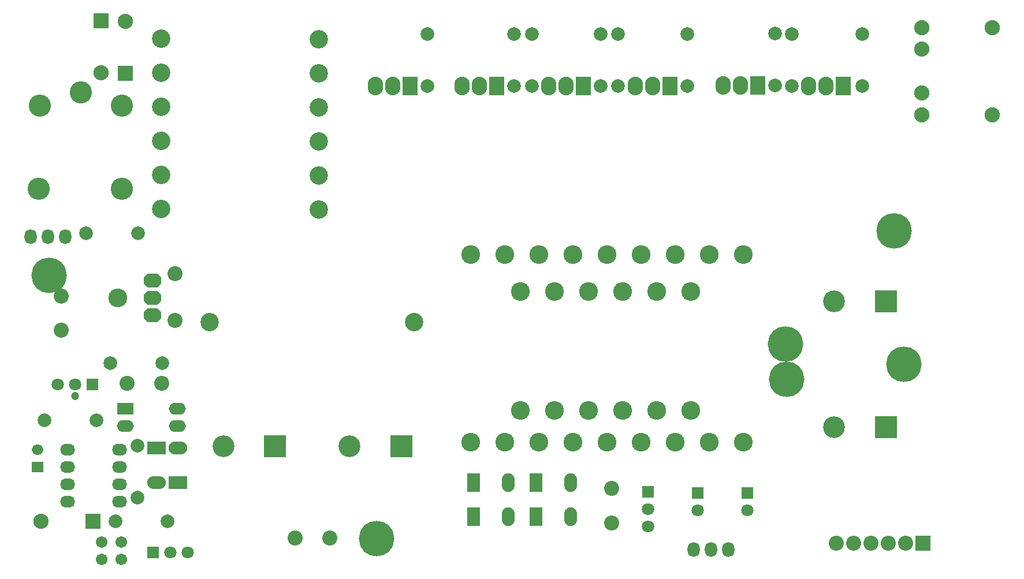
<source format=gts>
%FSLAX24Y24*%
%MOIN*%
G70*
G01*
G75*
G04 Layer_Color=8388736*
%ADD10C,0.0394*%
%ADD11C,0.0591*%
%ADD12C,0.0787*%
%ADD13C,0.1969*%
%ADD14C,0.1575*%
%ADD15C,0.1181*%
%ADD16C,0.0984*%
%ADD17C,0.0984*%
%ADD18C,0.1000*%
%ADD19C,0.0591*%
%ADD20C,0.0787*%
%ADD21C,0.1969*%
%ADD22C,0.0800*%
%ADD23C,0.0709*%
%ADD24C,0.0630*%
%ADD25R,0.0630X0.0630*%
%ADD26O,0.0630X0.0787*%
%ADD27C,0.1200*%
%ADD28O,0.0800X0.1000*%
%ADD29R,0.0800X0.1000*%
%ADD30R,0.0787X0.0787*%
%ADD31O,0.0650X0.1000*%
%ADD32R,0.0650X0.1000*%
%ADD33R,0.0800X0.0800*%
%ADD34C,0.1181*%
%ADD35R,0.1181X0.1181*%
%ADD36O,0.0900X0.0600*%
%ADD37R,0.0900X0.0600*%
%ADD38O,0.0787X0.0591*%
%ADD39R,0.0630X0.0630*%
%ADD40R,0.1000X0.0650*%
%ADD41O,0.1000X0.0650*%
%ADD42R,0.0800X0.0800*%
%ADD43O,0.0591X0.0512*%
%ADD44R,0.0591X0.0512*%
G04:AMPARAMS|DCode=45|XSize=70mil|YSize=90mil|CornerRadius=0mil|HoleSize=0mil|Usage=FLASHONLY|Rotation=90.000|XOffset=0mil|YOffset=0mil|HoleType=Round|Shape=Octagon|*
%AMOCTAGOND45*
4,1,8,-0.0450,-0.0175,-0.0450,0.0175,-0.0275,0.0350,0.0275,0.0350,0.0450,0.0175,0.0450,-0.0175,0.0275,-0.0350,-0.0275,-0.0350,-0.0450,-0.0175,0.0*
%
%ADD45OCTAGOND45*%

%ADD46C,0.0394*%
%ADD47C,0.0100*%
%ADD48C,0.0070*%
%ADD49C,0.0150*%
%ADD50C,0.0120*%
%ADD51C,0.0039*%
%ADD52C,0.0079*%
%ADD53C,0.0250*%
%ADD54C,0.0080*%
%ADD55R,0.3990X0.0360*%
%ADD56R,0.0150X0.0550*%
%ADD57R,0.1260X0.0200*%
%ADD58R,0.0550X0.0150*%
%ADD59R,0.0200X0.1260*%
%ADD60C,0.1064*%
%ADD61C,0.1080*%
%ADD62C,0.0671*%
%ADD63C,0.0867*%
%ADD64C,0.2049*%
%ADD65C,0.0880*%
%ADD66C,0.0789*%
%ADD67C,0.0710*%
%ADD68R,0.0710X0.0710*%
%ADD69O,0.0710X0.0867*%
%ADD70C,0.1280*%
%ADD71O,0.0880X0.1080*%
%ADD72R,0.0880X0.1080*%
%ADD73R,0.0867X0.0867*%
%ADD74O,0.0730X0.1080*%
%ADD75R,0.0730X0.1080*%
%ADD76R,0.0880X0.0880*%
%ADD77C,0.1261*%
%ADD78R,0.1261X0.1261*%
%ADD79O,0.0980X0.0680*%
%ADD80R,0.0980X0.0680*%
%ADD81O,0.0867X0.0671*%
%ADD82R,0.0710X0.0710*%
%ADD83R,0.1080X0.0730*%
%ADD84O,0.1080X0.0730*%
%ADD85R,0.0880X0.0880*%
%ADD86O,0.0671X0.0592*%
%ADD87R,0.0671X0.0592*%
G04:AMPARAMS|DCode=88|XSize=78mil|YSize=98mil|CornerRadius=0mil|HoleSize=0mil|Usage=FLASHONLY|Rotation=90.000|XOffset=0mil|YOffset=0mil|HoleType=Round|Shape=Octagon|*
%AMOCTAGOND88*
4,1,8,-0.0490,-0.0195,-0.0490,0.0195,-0.0295,0.0390,0.0295,0.0390,0.0490,0.0195,0.0490,-0.0195,0.0295,-0.0390,-0.0295,-0.0390,-0.0490,-0.0195,0.0*
%
%ADD88OCTAGOND88*%

%ADD89C,0.0474*%
D60*
X325461Y31102D02*
D03*
Y33071D02*
D03*
Y37008D02*
D03*
Y35039D02*
D03*
Y38976D02*
D03*
Y40945D02*
D03*
X334550Y40924D02*
D03*
Y38955D02*
D03*
Y35018D02*
D03*
Y36987D02*
D03*
Y33050D02*
D03*
Y31081D02*
D03*
X340067Y24587D02*
D03*
X328256D02*
D03*
D61*
X359055Y17657D02*
D03*
X343307D02*
D03*
X345276D02*
D03*
X347244D02*
D03*
X349213D02*
D03*
X357087D02*
D03*
X355118D02*
D03*
X353150D02*
D03*
X351181D02*
D03*
X359055Y28484D02*
D03*
X351181D02*
D03*
X353150D02*
D03*
X355118D02*
D03*
X357087D02*
D03*
X349213D02*
D03*
X347244D02*
D03*
X345276D02*
D03*
X343307D02*
D03*
X354055Y26358D02*
D03*
X356024D02*
D03*
X352087D02*
D03*
X350118D02*
D03*
X348150D02*
D03*
X346181D02*
D03*
Y19469D02*
D03*
X348150D02*
D03*
X350118D02*
D03*
X352087D02*
D03*
X356024D02*
D03*
X354055D02*
D03*
X322941Y25965D02*
D03*
D62*
X322008Y10878D02*
D03*
Y11878D02*
D03*
X323150Y10878D02*
D03*
Y11878D02*
D03*
D63*
X326248Y24665D02*
D03*
Y27382D02*
D03*
X333188Y12120D02*
D03*
X335196D02*
D03*
X364435Y11811D02*
D03*
X365435D02*
D03*
X366435D02*
D03*
X368435D02*
D03*
X367435D02*
D03*
X319674Y26083D02*
D03*
Y24114D02*
D03*
X351445Y12980D02*
D03*
Y14980D02*
D03*
X325493Y21043D02*
D03*
X323493D02*
D03*
D64*
X361485Y23327D02*
D03*
X337874Y12087D02*
D03*
X368335Y22146D02*
D03*
X367744Y29862D02*
D03*
X318976Y27283D02*
D03*
X361563Y21280D02*
D03*
D65*
X369359Y36555D02*
D03*
Y37815D02*
D03*
Y41594D02*
D03*
Y40335D02*
D03*
X373414Y41594D02*
D03*
Y36555D02*
D03*
X323374Y41961D02*
D03*
X321996Y38965D02*
D03*
X318531Y13071D02*
D03*
D66*
X365933Y38209D02*
D03*
Y41209D02*
D03*
X360902Y38248D02*
D03*
Y41248D02*
D03*
X355823Y38209D02*
D03*
Y41209D02*
D03*
X350807Y38209D02*
D03*
Y41209D02*
D03*
X345823Y38209D02*
D03*
Y41209D02*
D03*
X340807Y38209D02*
D03*
Y41209D02*
D03*
X321117Y29703D02*
D03*
X324117D02*
D03*
X361839Y41209D02*
D03*
Y38209D02*
D03*
X346839Y41209D02*
D03*
Y38209D02*
D03*
X322508Y22224D02*
D03*
X325508D02*
D03*
X324083Y17461D02*
D03*
Y14461D02*
D03*
X321717Y18903D02*
D03*
X318717D02*
D03*
X322835Y13071D02*
D03*
X325835D02*
D03*
X351820Y41209D02*
D03*
Y38209D02*
D03*
D67*
X359280Y13705D02*
D03*
X356422Y13725D02*
D03*
X353571Y13783D02*
D03*
Y12783D02*
D03*
X326989Y11280D02*
D03*
X325989D02*
D03*
X319485Y20965D02*
D03*
X320485D02*
D03*
D68*
X359280Y14705D02*
D03*
X356422Y14725D02*
D03*
X353571Y14783D02*
D03*
D69*
X356193Y11437D02*
D03*
X357193D02*
D03*
X358193D02*
D03*
X317917Y29503D02*
D03*
X318917D02*
D03*
X319917D02*
D03*
D70*
X318453Y37067D02*
D03*
X323178D02*
D03*
X318378Y32264D02*
D03*
X323178D02*
D03*
X320815Y37854D02*
D03*
D71*
X337823Y38209D02*
D03*
X338823D02*
D03*
X342823D02*
D03*
X343823D02*
D03*
X347823D02*
D03*
X348823D02*
D03*
X352823D02*
D03*
X353823D02*
D03*
X357902Y38248D02*
D03*
X358902D02*
D03*
X362823Y38209D02*
D03*
X363823D02*
D03*
D72*
X339823D02*
D03*
X344823D02*
D03*
X349823D02*
D03*
X354823D02*
D03*
X359902Y38248D02*
D03*
X364823Y38209D02*
D03*
D73*
X369435Y11811D02*
D03*
D74*
X349073Y15315D02*
D03*
Y13347D02*
D03*
X345498Y13347D02*
D03*
Y15315D02*
D03*
D75*
X347073D02*
D03*
Y13347D02*
D03*
X343498Y13347D02*
D03*
Y15315D02*
D03*
D76*
X323374Y38961D02*
D03*
X321996Y41965D02*
D03*
D77*
X364280Y25768D02*
D03*
Y18524D02*
D03*
X336327Y17421D02*
D03*
X329044D02*
D03*
D78*
X367272Y25768D02*
D03*
Y18524D02*
D03*
X339319Y17421D02*
D03*
X332036D02*
D03*
D79*
X326400Y19587D02*
D03*
Y18587D02*
D03*
X323400D02*
D03*
D80*
Y19587D02*
D03*
D81*
X320063Y17228D02*
D03*
Y16228D02*
D03*
Y15228D02*
D03*
Y14228D02*
D03*
X323063D02*
D03*
Y15228D02*
D03*
Y16228D02*
D03*
Y17228D02*
D03*
D82*
X324989Y11280D02*
D03*
X321485Y20965D02*
D03*
D83*
X325177Y17314D02*
D03*
X326406Y15319D02*
D03*
D84*
X325177Y15314D02*
D03*
X326406Y17319D02*
D03*
D85*
X321531Y13071D02*
D03*
D86*
X318317Y17203D02*
D03*
D87*
Y16203D02*
D03*
D88*
X324941Y26965D02*
D03*
Y25965D02*
D03*
Y24965D02*
D03*
D89*
X320485Y20319D02*
D03*
M02*

</source>
